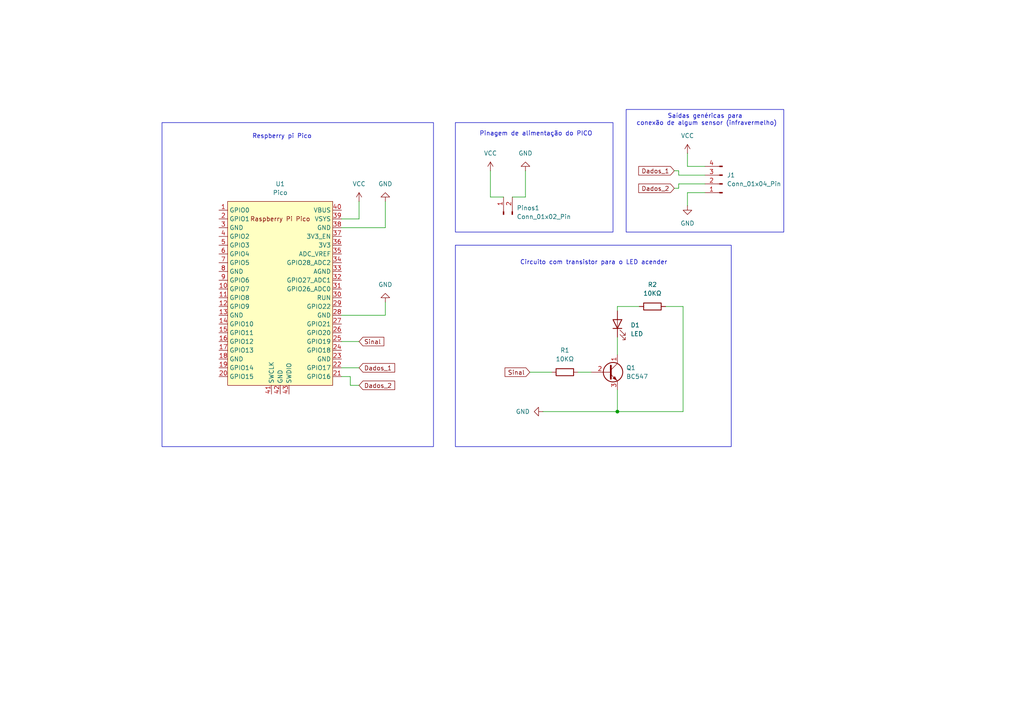
<source format=kicad_sch>
(kicad_sch (version 20231120) (generator "eeschema") (generator_version "8.0")
  (paper "A4")
  (lib_symbols
    (symbol "Connector:Conn_01x02_Pin" (pin_names (offset 1.016) hide)
      (property "Reference" "J" (at 0 2.54 0))
      (property "Value" "Conn_01x02_Pin" (at 0 -5.08 0))
      (symbol "Conn_01x02_Pin_1_1"
        (polyline (pts (xy 1.27 -2.54) (xy 0.8636 -2.54)) (stroke (width 0.1524)))
        (polyline (pts (xy 1.27 0) (xy 0.8636 0)) (stroke (width 0.1524)))
        (rectangle (start 0.8636 -2.413) (end 0 -2.667) (stroke (width 0.1524)) (fill (type outline)))
        (rectangle (start 0.8636 0.127) (end 0 -0.127) (stroke (width 0.1524)) (fill (type outline)))
        (pin passive line (at 5.08 0 180) (length 3.81) (name "Pin_1") (number "1"))
        (pin passive line (at 5.08 -2.54 180) (length 3.81) (name "Pin_2") (number "2"))
      )
    )
    (symbol "Connector:Conn_01x04_Pin" (pin_names (offset 1.016) hide)
      (property "Reference" "J" (at 0 5.08 0))
      (property "Value" "Conn_01x04_Pin" (at 0 -7.62 0))
      (symbol "Conn_01x04_Pin_1_1"
        (polyline (pts (xy 1.27 -5.08) (xy 0.8636 -5.08)) (stroke (width 0.1524)))
        (polyline (pts (xy 1.27 -2.54) (xy 0.8636 -2.54)) (stroke (width 0.1524)))
        (polyline (pts (xy 1.27 0) (xy 0.8636 0)) (stroke (width 0.1524)))
        (polyline (pts (xy 1.27 2.54) (xy 0.8636 2.54)) (stroke (width 0.1524)))
        (rectangle (start 0.8636 -4.953) (end 0 -5.207) (stroke (width 0.1524)) (fill (type outline)))
        (rectangle (start 0.8636 -2.413) (end 0 -2.667) (stroke (width 0.1524)) (fill (type outline)))
        (rectangle (start 0.8636 0.127) (end 0 -0.127) (stroke (width 0.1524)) (fill (type outline)))
        (rectangle (start 0.8636 2.667) (end 0 2.413) (stroke (width 0.1524)) (fill (type outline)))
        (pin passive line (at 5.08 2.54 180) (length 3.81) (name "Pin_1") (number "1"))
        (pin passive line (at 5.08 0 180) (length 3.81) (name "Pin_2") (number "2"))
        (pin passive line (at 5.08 -2.54 180) (length 3.81) (name "Pin_3") (number "3"))
        (pin passive line (at 5.08 -5.08 180) (length 3.81) (name "Pin_4") (number "4"))
      )
    )
    (symbol "Device:LED" (pin_numbers hide) (pin_names (offset 1.016) hide)
      (property "Reference" "D" (at 0 2.54 0))
      (property "Value" "LED" (at 0 -2.54 0))
      (symbol "LED_0_1"
        (polyline (pts (xy -1.27 -1.27) (xy -1.27 1.27)) (stroke (width 0.254)))
        (polyline (pts (xy -1.27 0) (xy 1.27 0)))
        (polyline (pts (xy 1.27 -1.27) (xy 1.27 1.27) (xy -1.27 0) (xy 1.27 -1.27)) (stroke (width 0.254)))
        (polyline (pts (xy -3.048 -0.762) (xy -4.572 -2.286) (xy -3.81 -2.286) (xy -4.572 -2.286) (xy -4.572 -1.524)))
        (polyline (pts (xy -1.778 -0.762) (xy -3.302 -2.286) (xy -2.54 -2.286) (xy -3.302 -2.286) (xy -3.302 -1.524)))
      )
      (symbol "LED_1_1"
        (pin passive line (at -3.81 0 0) (length 2.54) (name "K") (number "1"))
        (pin passive line (at 3.81 0 180) (length 2.54) (name "A") (number "2"))
      )
    )
    (symbol "Device:R" (pin_numbers hide) (pin_names (offset 0))
      (property "Reference" "R" (at 2.032 0 90))
      (property "Value" "R" (at 0 0 90))
      (symbol "R_0_1"
        (rectangle (start -1.016 -2.54) (end 1.016 2.54) (stroke (width 0.254)))
      )
      (symbol "R_1_1"
        (pin passive line (at 0 3.81 270) (length 1.27) (name "~") (number "1"))
        (pin passive line (at 0 -3.81 90) (length 1.27) (name "~") (number "2"))
      )
    )
    (symbol "MCU_RaspberryPi_and_Boards:Pico"
      (property "Reference" "U" (at -13.97 27.94 0))
      (property "Value" "Pico" (at 0 19.05 0))
      (symbol "Pico_0_0"
        (text "Raspberry Pi Pico" (at 0 21.59 0) (effects (font (size 1.27 1.27))))
      )
      (symbol "Pico_0_1"
        (rectangle (start -15.24 26.67) (end 15.24 -26.67) (fill (type background)))
      )
      (symbol "Pico_1_1"
        (pin bidirectional line (at -17.78 24.13 0) (length 2.54) (name "GPIO0") (number "1"))
        (pin bidirectional line (at -17.78 1.27 0) (length 2.54) (name "GPIO7") (number "10"))
        (pin bidirectional line (at -17.78 -1.27 0) (length 2.54) (name "GPIO8") (number "11"))
        (pin bidirectional line (at -17.78 -3.81 0) (length 2.54) (name "GPIO9") (number "12"))
        (pin power_in line (at -17.78 -6.35 0) (length 2.54) (name "GND") (number "13"))
        (pin bidirectional line (at -17.78 -8.89 0) (length 2.54) (name "GPIO10") (number "14"))
        (pin bidirectional line (at -17.78 -11.43 0) (length 2.54) (name "GPIO11") (number "15"))
        (pin bidirectional line (at -17.78 -13.97 0) (length 2.54) (name "GPIO12") (number "16"))
        (pin bidirectional line (at -17.78 -16.51 0) (length 2.54) (name "GPIO13") (number "17"))
        (pin power_in line (at -17.78 -19.05 0) (length 2.54) (name "GND") (number "18"))
        (pin bidirectional line (at -17.78 -21.59 0) (length 2.54) (name "GPIO14") (number "19"))
        (pin bidirectional line (at -17.78 21.59 0) (length 2.54) (name "GPIO1") (number "2"))
        (pin bidirectional line (at -17.78 -24.13 0) (length 2.54) (name "GPIO15") (number "20"))
        (pin bidirectional line (at 17.78 -24.13 180) (length 2.54) (name "GPIO16") (number "21"))
        (pin bidirectional line (at 17.78 -21.59 180) (length 2.54) (name "GPIO17") (number "22"))
        (pin power_in line (at 17.78 -19.05 180) (length 2.54) (name "GND") (number "23"))
        (pin bidirectional line (at 17.78 -16.51 180) (length 2.54) (name "GPIO18") (number "24"))
        (pin bidirectional line (at 17.78 -13.97 180) (length 2.54) (name "GPIO19") (number "25"))
        (pin bidirectional line (at 17.78 -11.43 180) (length 2.54) (name "GPIO20") (number "26"))
        (pin bidirectional line (at 17.78 -8.89 180) (length 2.54) (name "GPIO21") (number "27"))
        (pin power_in line (at 17.78 -6.35 180) (length 2.54) (name "GND") (number "28"))
        (pin bidirectional line (at 17.78 -3.81 180) (length 2.54) (name "GPIO22") (number "29"))
        (pin power_in line (at -17.78 19.05 0) (length 2.54) (name "GND") (number "3"))
        (pin input line (at 17.78 -1.27 180) (length 2.54) (name "RUN") (number "30"))
        (pin bidirectional line (at 17.78 1.27 180) (length 2.54) (name "GPIO26_ADC0") (number "31"))
        (pin bidirectional line (at 17.78 3.81 180) (length 2.54) (name "GPIO27_ADC1") (number "32"))
        (pin power_in line (at 17.78 6.35 180) (length 2.54) (name "AGND") (number "33"))
        (pin bidirectional line (at 17.78 8.89 180) (length 2.54) (name "GPIO28_ADC2") (number "34"))
        (pin power_in line (at 17.78 11.43 180) (length 2.54) (name "ADC_VREF") (number "35"))
        (pin power_in line (at 17.78 13.97 180) (length 2.54) (name "3V3") (number "36"))
        (pin input line (at 17.78 16.51 180) (length 2.54) (name "3V3_EN") (number "37"))
        (pin bidirectional line (at 17.78 19.05 180) (length 2.54) (name "GND") (number "38"))
        (pin power_in line (at 17.78 21.59 180) (length 2.54) (name "VSYS") (number "39"))
        (pin bidirectional line (at -17.78 16.51 0) (length 2.54) (name "GPIO2") (number "4"))
        (pin power_in line (at 17.78 24.13 180) (length 2.54) (name "VBUS") (number "40"))
        (pin input line (at -2.54 -29.21 90) (length 2.54) (name "SWCLK") (number "41"))
        (pin power_in line (at 0 -29.21 90) (length 2.54) (name "GND") (number "42"))
        (pin bidirectional line (at 2.54 -29.21 90) (length 2.54) (name "SWDIO") (number "43"))
        (pin bidirectional line (at -17.78 13.97 0) (length 2.54) (name "GPIO3") (number "5"))
        (pin bidirectional line (at -17.78 11.43 0) (length 2.54) (name "GPIO4") (number "6"))
        (pin bidirectional line (at -17.78 8.89 0) (length 2.54) (name "GPIO5") (number "7"))
        (pin power_in line (at -17.78 6.35 0) (length 2.54) (name "GND") (number "8"))
        (pin bidirectional line (at -17.78 3.81 0) (length 2.54) (name "GPIO6") (number "9"))
      )
    )
    (symbol "Transistor_BJT:BC547" (pin_names (offset 0) hide)
      (property "Reference" "Q" (at 5.08 1.905 0))
      (property "Value" "BC547" (at 5.08 0 0))
      (symbol "BC547_0_1"
        (polyline (pts (xy 0 0) (xy 0.635 0)))
        (polyline (pts (xy 0.635 0.635) (xy 2.54 2.54)))
        (polyline (pts (xy 0.635 -0.635) (xy 2.54 -2.54) (xy 2.54 -2.54)))
        (polyline (pts (xy 0.635 1.905) (xy 0.635 -1.905) (xy 0.635 -1.905)) (stroke (width 0.508)))
        (polyline (pts (xy 1.27 -1.778) (xy 1.778 -1.27) (xy 2.286 -2.286) (xy 1.27 -1.778) (xy 1.27 -1.778)) (fill (type outline)))
        (circle (center 1.27 0) (radius 2.8194) (stroke (width 0.254)))
      )
      (symbol "BC547_1_1"
        (pin passive line (at 2.54 5.08 270) (length 2.54) (name "C") (number "1"))
        (pin input line (at -5.08 0 0) (length 5.08) (name "B") (number "2"))
        (pin passive line (at 2.54 -5.08 90) (length 2.54) (name "E") (number "3"))
      )
    )
    (symbol "power:GND" (power) (pin_numbers hide) (pin_names (offset 0) hide)
      (property "Value" "GND" (at 0 -3.81 0))
      (symbol "GND_0_1"
        (polyline (pts (xy 0 0) (xy 0 -1.27) (xy 1.27 -1.27) (xy 0 -2.54) (xy -1.27 -1.27) (xy 0 -1.27)))
      )
      (symbol "GND_1_1"
        (pin power_in line (at 0 0 270) (length 0) (name "~") (number "1"))
      )
    )
    (symbol "power:VCC" (power) (pin_numbers hide) (pin_names (offset 0) hide)
      (property "Value" "VCC" (at 0 3.556 0))
      (symbol "VCC_0_1"
        (polyline (pts (xy -0.762 1.27) (xy 0 2.54)))
        (polyline (pts (xy 0 0) (xy 0 2.54)))
        (polyline (pts (xy 0 2.54) (xy 0.762 1.27)))
      )
      (symbol "VCC_1_1"
        (pin power_in line (at 0 0 90) (length 0) (name "~") (number "1"))
      )
    )
  )
  (junction (at 179.07 119.38))
  (wire (pts (xy 195.58 49.53) (xy 196.85 49.53)))
  (wire (pts (xy 152.4 49.53) (xy 152.4 57.15)))
  (wire (pts (xy 199.39 44.45) (xy 199.39 48.26)))
  (wire (pts (xy 195.58 54.61) (xy 196.85 54.61)))
  (wire (pts (xy 198.12 88.9) (xy 198.12 119.38)))
  (wire (pts (xy 179.07 113.03) (xy 179.07 119.38)))
  (wire (pts (xy 204.47 50.8) (xy 196.85 50.8)))
  (wire (pts (xy 99.06 66.04) (xy 111.76 66.04)))
  (wire (pts (xy 196.85 53.34) (xy 204.47 53.34)))
  (wire (pts (xy 179.07 88.9) (xy 185.42 88.9)))
  (wire (pts (xy 167.64 107.95) (xy 171.45 107.95)))
  (wire (pts (xy 104.14 63.5) (xy 104.14 58.42)))
  (wire (pts (xy 99.06 106.68) (xy 104.14 106.68)))
  (wire (pts (xy 99.06 91.44) (xy 111.76 91.44)))
  (wire (pts (xy 152.4 57.15) (xy 148.59 57.15)))
  (wire (pts (xy 196.85 50.8) (xy 196.85 49.53)))
  (wire (pts (xy 179.07 119.38) (xy 157.48 119.38)))
  (wire (pts (xy 179.07 90.17) (xy 179.07 88.9)))
  (wire (pts (xy 99.06 63.5) (xy 104.14 63.5)))
  (wire (pts (xy 179.07 97.79) (xy 179.07 102.87)))
  (wire (pts (xy 196.85 54.61) (xy 196.85 53.34)))
  (wire (pts (xy 111.76 91.44) (xy 111.76 87.63)))
  (wire (pts (xy 101.6 109.22) (xy 101.6 111.76)))
  (wire (pts (xy 198.12 119.38) (xy 179.07 119.38)))
  (wire (pts (xy 199.39 55.88) (xy 199.39 59.69)))
  (wire (pts (xy 198.12 88.9) (xy 193.04 88.9)))
  (wire (pts (xy 142.24 57.15) (xy 146.05 57.15)))
  (wire (pts (xy 153.67 107.95) (xy 160.02 107.95)))
  (wire (pts (xy 204.47 55.88) (xy 199.39 55.88)))
  (wire (pts (xy 99.06 109.22) (xy 101.6 109.22)))
  (wire (pts (xy 101.6 111.76) (xy 104.14 111.76)))
  (wire (pts (xy 99.06 99.06) (xy 104.14 99.06)))
  (wire (pts (xy 111.76 66.04) (xy 111.76 58.42)))
  (wire (pts (xy 142.24 49.53) (xy 142.24 57.15)))
  (wire (pts (xy 199.39 48.26) (xy 204.47 48.26)))
  (rectangle (start 132.08 71.12) (end 212.09 129.54))
  (rectangle (start 46.99 35.56) (end 125.73 129.54))
  (rectangle (start 181.61 31.75) (end 227.33 67.31))
  (rectangle (start 132.08 35.56) (end 177.8 67.31))
  (text "Pinagem de alimentação do PICO\n" (at 155.448 38.862 0) (effects (font (size 1.27 1.27))))
  (text "Circuito com transistor para o LED acender" (at 172.212 76.2 0) (effects (font (size 1.27 1.27))))
  (text "Respberry pi Pico" (at 81.788 39.624 0) (effects (font (size 1.27 1.27))))
  (text "Saídas genéricas para \nconexão de algum sensor (infravermelho)\n\n" (at 204.978 35.814 0) (effects (font (size 1.27 1.27))))
  (global_label "Dados_1" (shape input) (at 195.58 49.53 180) (property "Intersheetrefs" "${INTERSHEET_REFS}" (effects (hide yes))))
  (global_label "Sinal" (shape input) (at 104.14 99.06 0) (property "Intersheetrefs" "${INTERSHEET_REFS}" (effects (hide yes))))
  (global_label "Dados_1" (shape input) (at 104.14 106.68 0) (property "Intersheetrefs" "${INTERSHEET_REFS}" (effects (hide yes))))
  (global_label "Dados_2" (shape input) (at 195.58 54.61 180) (property "Intersheetrefs" "${INTERSHEET_REFS}" (effects (hide yes))))
  (global_label "Dados_2" (shape input) (at 104.14 111.76 0) (property "Intersheetrefs" "${INTERSHEET_REFS}" (effects (hide yes))))
  (global_label "Sinal" (shape input) (at 153.67 107.95 180) (property "Intersheetrefs" "${INTERSHEET_REFS}" (effects (hide yes))))
  (symbol (lib_id "power:GND") (at 152.4 49.53 180) (unit 1)
    (property "Reference" "#PWR04" (effects (hide yes)))
    (property "Value" "GND" (at 152.4 44.45 0))
    (property "Description" "Power symbol creates a global label with name \"GND\" , ground" (effects (hide yes)))
  )
  (symbol (lib_id "power:VCC") (at 142.24 49.53 0) (unit 1)
    (property "Reference" "#PWR03" (effects (hide yes)))
    (property "Value" "VCC" (at 142.24 44.45 0))
    (property "Description" "Power symbol creates a global label with name \"VCC\"" (effects (hide yes)))
  )
  (symbol (lib_id "Device:LED") (at 179.07 93.98 90) (unit 1)
    (property "Reference" "D1" (at 182.88 94.2974 90) (effects (justify right)))
    (property "Value" "LED" (at 182.88 96.8374 90) (effects (justify right)))
    (property "Footprint" "LED_THT:LED_D5.0mm_Clear" (effects (hide yes)))
    (property "Description" "Light emitting diode" (effects (hide yes)))
  )
  (symbol (lib_id "power:GND") (at 111.76 87.63 180) (unit 1)
    (property "Reference" "#PWR08" (effects (hide yes)))
    (property "Value" "GND" (at 111.76 82.55 0))
    (property "Description" "Power symbol creates a global label with name \"GND\" , ground" (effects (hide yes)))
  )
  (symbol (lib_id "Device:R") (at 189.23 88.9 90) (unit 1)
    (property "Reference" "R2" (at 189.23 82.55 90))
    (property "Value" "10KΩ" (at 189.23 85.09 90))
    (property "Footprint" "Resistor_THT:R_Axial_DIN0204_L3.6mm_D1.6mm_P5.08mm_Horizontal" (effects (hide yes)))
    (property "Description" "Resistor" (effects (hide yes)))
  )
  (symbol (lib_id "Connector:Conn_01x04_Pin") (at 209.55 53.34 180) (unit 1)
    (property "Reference" "J1" (at 210.82 50.7999 0) (effects (justify right)))
    (property "Value" "Conn_01x04_Pin" (at 210.82 53.3399 0) (effects (justify right)))
    (property "Footprint" "Connector_PinHeader_2.54mm:PinHeader_1x04_P2.54mm_Vertical" (effects (hide yes)))
    (property "Description" "Generic connector, single row, 01x04, script generated" (effects (hide yes)))
  )
  (symbol (lib_id "power:VCC") (at 104.14 58.42 0) (unit 1)
    (property "Reference" "#PWR01" (effects (hide yes)))
    (property "Value" "VCC" (at 104.14 53.34 0))
    (property "Description" "Power symbol creates a global label with name \"VCC\"" (effects (hide yes)))
  )
  (symbol (lib_id "Transistor_BJT:BC547") (at 176.53 107.95 0) (unit 1)
    (property "Reference" "Q1" (at 181.61 106.6799 0) (effects (justify left)))
    (property "Value" "BC547" (at 181.61 109.2199 0) (effects (justify left)))
    (property "Footprint" "Package_TO_SOT_THT:TO-92L_Inline" (effects (hide yes)))
    (property "Datasheet" "https://www.onsemi.com/pub/Collateral/BC550-D.pdf" (effects (hide yes)))
    (property "Description" "0.1A Ic, 45V Vce, Small Signal NPN Transistor, TO-92" (effects (hide yes)))
  )
  (symbol (lib_id "Device:R") (at 163.83 107.95 90) (unit 1)
    (property "Reference" "R1" (at 163.83 101.6 90))
    (property "Value" "10KΩ" (at 163.83 104.14 90))
    (property "Footprint" "Resistor_THT:R_Axial_DIN0204_L3.6mm_D1.6mm_P5.08mm_Horizontal" (effects (hide yes)))
    (property "Description" "Resistor" (effects (hide yes)))
  )
  (symbol (lib_id "MCU_RaspberryPi_and_Boards:Pico") (at 81.28 85.09 0) (unit 1)
    (property "Reference" "U1" (at 81.28 53.34 0))
    (property "Value" "Pico" (at 81.28 55.88 0))
    (property "Footprint" "MCU_RaspberryPi_and_Boards:RPi_Pico_SMD_TH" (effects (hide yes)))
  )
  (symbol (lib_id "power:VCC") (at 199.39 44.45 0) (unit 1)
    (property "Reference" "#PWR05" (effects (hide yes)))
    (property "Value" "VCC" (at 199.39 39.37 0))
    (property "Description" "Power symbol creates a global label with name \"VCC\"" (effects (hide yes)))
  )
  (symbol (lib_id "power:GND") (at 157.48 119.38 270) (unit 1)
    (property "Reference" "#PWR09" (effects (hide yes)))
    (property "Value" "GND" (at 153.67 119.3799 90) (effects (justify right)))
    (property "Description" "Power symbol creates a global label with name \"GND\" , ground" (effects (hide yes)))
  )
  (symbol (lib_id "power:GND") (at 111.76 58.42 180) (unit 1)
    (property "Reference" "#PWR02" (effects (hide yes)))
    (property "Value" "GND" (at 111.76 53.34 0))
    (property "Description" "Power symbol creates a global label with name \"GND\" , ground" (effects (hide yes)))
  )
  (symbol (lib_id "power:GND") (at 199.39 59.69 0) (unit 1)
    (property "Reference" "#PWR06" (effects (hide yes)))
    (property "Value" "GND" (at 199.39 64.77 0))
    (property "Description" "Power symbol creates a global label with name \"GND\" , ground" (effects (hide yes)))
  )
  (symbol (lib_id "Connector:Conn_01x02_Pin") (at 146.05 62.23 90) (unit 1)
    (property "Reference" "Pinos1" (at 149.86 60.3249 90) (effects (justify right)))
    (property "Value" "Conn_01x02_Pin" (at 149.86 62.8649 90) (effects (justify right)))
    (property "Footprint" "Connector_PinHeader_1.27mm:PinHeader_1x02_P1.27mm_Vertical" (effects (hide yes)))
    (property "Description" "Generic connector, single row, 01x02, script generated" (effects (hide yes)))
  )
)
</source>
